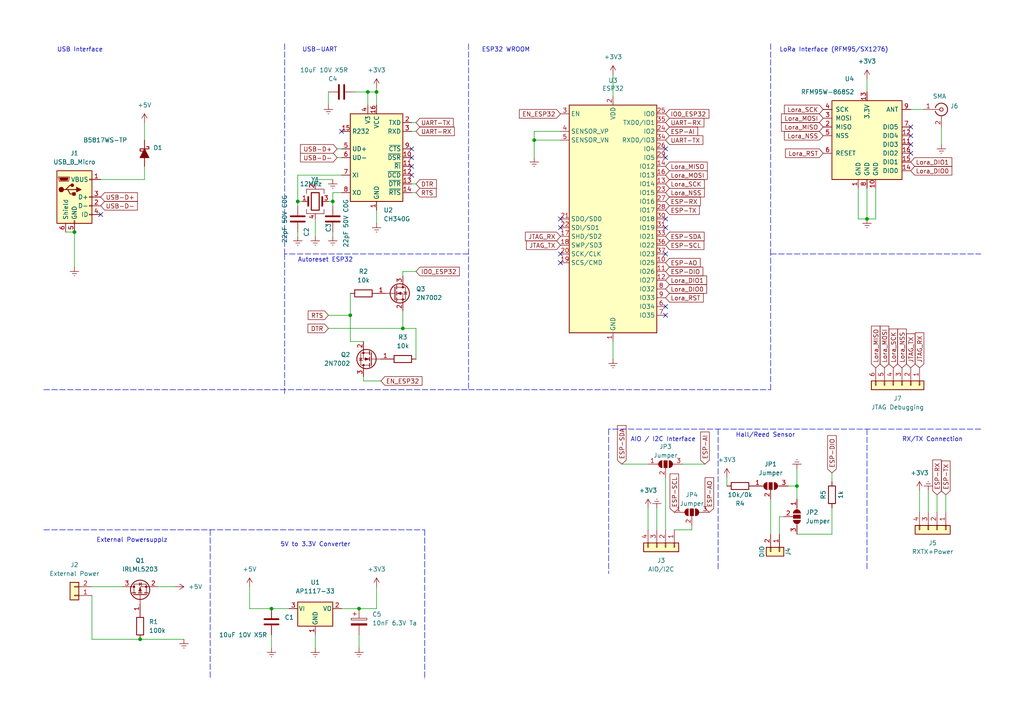
<source format=kicad_sch>
(kicad_sch (version 20211123) (generator eeschema)
  (paper "A4")
  (title_block (title "ESP32-Lora-ADIO") (date "2022-05-20") (rev "0") (company "-") (comment 1 "(c) Patrick Winnertz <patrick@winnertz.eu>"))
  (lib_symbols
    (symbol "Connector:Conn_Coaxial" (pin_names (offset 1.016) hide)
      (property "Reference" "J" (at 0.254 3.048 0))
      (property "Value" "Conn_Coaxial" (at 2.921 0 90))
      (symbol "Conn_Coaxial_0_1"
        (arc (start -1.778 -0.508) (mid 0.2311 -1.8066) (end 1.778 0) (stroke (width 0.254)))
        (polyline (pts (xy -2.54 0) (xy -0.508 0)))
        (polyline (pts (xy 0 -2.54) (xy 0 -1.778)))
        (circle (center 0 0) (radius 0.508) (stroke (width 0.2032)))
        (arc (start 1.778 0) (mid 0.2099 1.8101) (end -1.778 0.508) (stroke (width 0.254)))
      )
      (symbol "Conn_Coaxial_1_1"
        (pin passive line (at -5.08 0 0) (length 2.54) (name "In") (number "1"))
        (pin passive line (at 0 -5.08 90) (length 2.54) (name "Ext") (number "2"))
      )
    )
    (symbol "Connector:USB_B_Micro" (pin_names (offset 1.016))
      (property "Reference" "J" (at -5.08 11.43 0))
      (property "Value" "USB_B_Micro" (at -5.08 8.89 0))
      (symbol "USB_B_Micro_0_1"
        (rectangle (start -5.08 -7.62) (end 5.08 7.62) (stroke (width 0.254)) (fill (type background)))
        (circle (center -3.81 2.159) (radius 0.635) (stroke (width 0.254)) (fill (type outline)))
        (circle (center -0.635 3.429) (radius 0.381) (stroke (width 0.254)) (fill (type outline)))
        (rectangle (start -0.127 -7.62) (end 0.127 -6.858))
        (polyline (pts (xy -1.905 2.159) (xy 0.635 2.159)) (stroke (width 0.254)))
        (polyline (pts (xy -3.175 2.159) (xy -2.54 2.159) (xy -1.27 3.429) (xy -0.635 3.429)) (stroke (width 0.254)))
        (polyline (pts (xy -2.54 2.159) (xy -1.905 2.159) (xy -1.27 0.889) (xy 0 0.889)) (stroke (width 0.254)))
        (polyline (pts (xy 0.635 2.794) (xy 0.635 1.524) (xy 1.905 2.159) (xy 0.635 2.794)) (stroke (width 0.254)) (fill (type outline)))
        (polyline (pts (xy -4.318 5.588) (xy -1.778 5.588) (xy -2.032 4.826) (xy -4.064 4.826) (xy -4.318 5.588)) (fill (type outline)))
        (polyline (pts (xy -4.699 5.842) (xy -4.699 5.588) (xy -4.445 4.826) (xy -4.445 4.572) (xy -1.651 4.572) (xy -1.651 4.826) (xy -1.397 5.588) (xy -1.397 5.842) (xy -4.699 5.842)))
        (rectangle (start 0.254 1.27) (end -0.508 0.508) (stroke (width 0.254)) (fill (type outline)))
        (rectangle (start 5.08 -5.207) (end 4.318 -4.953))
        (rectangle (start 5.08 -2.667) (end 4.318 -2.413))
        (rectangle (start 5.08 -0.127) (end 4.318 0.127))
        (rectangle (start 5.08 4.953) (end 4.318 5.207))
      )
      (symbol "USB_B_Micro_1_1"
        (pin power_out line (at 7.62 5.08 180) (length 2.54) (name "VBUS") (number "1"))
        (pin bidirectional line (at 7.62 -2.54 180) (length 2.54) (name "D-") (number "2"))
        (pin bidirectional line (at 7.62 0 180) (length 2.54) (name "D+") (number "3"))
        (pin passive line (at 7.62 -5.08 180) (length 2.54) (name "ID") (number "4"))
        (pin power_out line (at 0 -10.16 90) (length 2.54) (name "GND") (number "5"))
        (pin passive line (at -2.54 -10.16 90) (length 2.54) (name "Shield") (number "6"))
      )
    )
    (symbol "Connector_Generic:Conn_01x02" (pin_names (offset 1.016) hide)
      (property "Reference" "J" (at 0 2.54 0))
      (property "Value" "Conn_01x02" (at 0 -5.08 0))
      (symbol "Conn_01x02_1_1"
        (rectangle (start -1.27 -2.413) (end 0 -2.667) (stroke (width 0.1524)))
        (rectangle (start -1.27 0.127) (end 0 -0.127) (stroke (width 0.1524)))
        (rectangle (start -1.27 1.27) (end 1.27 -3.81) (stroke (width 0.254)) (fill (type background)))
        (pin passive line (at -5.08 0 0) (length 3.81) (name "Pin_1") (number "1"))
        (pin passive line (at -5.08 -2.54 0) (length 3.81) (name "Pin_2") (number "2"))
      )
    )
    (symbol "Connector_Generic:Conn_01x04" (pin_names (offset 1.016) hide)
      (property "Reference" "J" (at 0 5.08 0))
      (property "Value" "Conn_01x04" (at 0 -7.62 0))
      (symbol "Conn_01x04_1_1"
        (rectangle (start -1.27 -4.953) (end 0 -5.207) (stroke (width 0.1524)))
        (rectangle (start -1.27 -2.413) (end 0 -2.667) (stroke (width 0.1524)))
        (rectangle (start -1.27 0.127) (end 0 -0.127) (stroke (width 0.1524)))
        (rectangle (start -1.27 2.667) (end 0 2.413) (stroke (width 0.1524)))
        (rectangle (start -1.27 3.81) (end 1.27 -6.35) (stroke (width 0.254)) (fill (type background)))
        (pin passive line (at -5.08 2.54 0) (length 3.81) (name "Pin_1") (number "1"))
        (pin passive line (at -5.08 0 0) (length 3.81) (name "Pin_2") (number "2"))
        (pin passive line (at -5.08 -2.54 0) (length 3.81) (name "Pin_3") (number "3"))
        (pin passive line (at -5.08 -5.08 0) (length 3.81) (name "Pin_4") (number "4"))
      )
    )
    (symbol "Connector_Generic:Conn_01x06" (pin_names (offset 1.016) hide)
      (property "Reference" "J" (at 0 7.62 0))
      (property "Value" "Conn_01x06" (at 0 -10.16 0))
      (symbol "Conn_01x06_1_1"
        (rectangle (start -1.27 -7.493) (end 0 -7.747) (stroke (width 0.1524)))
        (rectangle (start -1.27 -4.953) (end 0 -5.207) (stroke (width 0.1524)))
        (rectangle (start -1.27 -2.413) (end 0 -2.667) (stroke (width 0.1524)))
        (rectangle (start -1.27 0.127) (end 0 -0.127) (stroke (width 0.1524)))
        (rectangle (start -1.27 2.667) (end 0 2.413) (stroke (width 0.1524)))
        (rectangle (start -1.27 5.207) (end 0 4.953) (stroke (width 0.1524)))
        (rectangle (start -1.27 6.35) (end 1.27 -8.89) (stroke (width 0.254)) (fill (type background)))
        (pin passive line (at -5.08 5.08 0) (length 3.81) (name "Pin_1") (number "1"))
        (pin passive line (at -5.08 2.54 0) (length 3.81) (name "Pin_2") (number "2"))
        (pin passive line (at -5.08 0 0) (length 3.81) (name "Pin_3") (number "3"))
        (pin passive line (at -5.08 -2.54 0) (length 3.81) (name "Pin_4") (number "4"))
        (pin passive line (at -5.08 -5.08 0) (length 3.81) (name "Pin_5") (number "5"))
        (pin passive line (at -5.08 -7.62 0) (length 3.81) (name "Pin_6") (number "6"))
      )
    )
    (symbol "Device:C" (pin_numbers hide) (pin_names (offset 0.254))
      (property "Reference" "C" (at 0.635 2.54 0))
      (property "Value" "C" (at 0.635 -2.54 0))
      (symbol "C_0_1"
        (polyline (pts (xy -2.032 -0.762) (xy 2.032 -0.762)) (stroke (width 0.508)))
        (polyline (pts (xy -2.032 0.762) (xy 2.032 0.762)) (stroke (width 0.508)))
      )
      (symbol "C_1_1"
        (pin passive line (at 0 3.81 270) (length 2.794) (name "~") (number "1"))
        (pin passive line (at 0 -3.81 90) (length 2.794) (name "~") (number "2"))
      )
    )
    (symbol "Device:C_Polarized" (pin_numbers hide) (pin_names (offset 0.254))
      (property "Reference" "C" (at 0.635 2.54 0))
      (property "Value" "C_Polarized" (at 0.635 -2.54 0))
      (symbol "C_Polarized_0_1"
        (rectangle (start -2.286 0.508) (end 2.286 1.016))
        (polyline (pts (xy -1.778 2.286) (xy -0.762 2.286)))
        (polyline (pts (xy -1.27 2.794) (xy -1.27 1.778)))
        (rectangle (start 2.286 -0.508) (end -2.286 -1.016) (fill (type outline)))
      )
      (symbol "C_Polarized_1_1"
        (pin passive line (at 0 3.81 270) (length 2.794) (name "~") (number "1"))
        (pin passive line (at 0 -3.81 90) (length 2.794) (name "~") (number "2"))
      )
    )
    (symbol "Device:Crystal_GND24" (pin_names (offset 1.016) hide)
      (property "Reference" "Y" (at 3.175 5.08 0))
      (property "Value" "Crystal_GND24" (at 3.175 3.175 0))
      (symbol "Crystal_GND24_0_1"
        (rectangle (start -1.143 2.54) (end 1.143 -2.54) (stroke (width 0.3048)))
        (polyline (pts (xy -2.54 0) (xy -2.032 0)))
        (polyline (pts (xy -2.032 -1.27) (xy -2.032 1.27)) (stroke (width 0.508)))
        (polyline (pts (xy 0 -3.81) (xy 0 -3.556)))
        (polyline (pts (xy 0 3.556) (xy 0 3.81)))
        (polyline (pts (xy 2.032 -1.27) (xy 2.032 1.27)) (stroke (width 0.508)))
        (polyline (pts (xy 2.032 0) (xy 2.54 0)))
        (polyline (pts (xy -2.54 -2.286) (xy -2.54 -3.556) (xy 2.54 -3.556) (xy 2.54 -2.286)))
        (polyline (pts (xy -2.54 2.286) (xy -2.54 3.556) (xy 2.54 3.556) (xy 2.54 2.286)))
      )
      (symbol "Crystal_GND24_1_1"
        (pin passive line (at -3.81 0 0) (length 1.27) (name "1") (number "1"))
        (pin passive line (at 0 5.08 270) (length 1.27) (name "2") (number "2"))
        (pin passive line (at 3.81 0 180) (length 1.27) (name "3") (number "3"))
        (pin passive line (at 0 -5.08 90) (length 1.27) (name "4") (number "4"))
      )
    )
    (symbol "Device:D_Schottky_Filled" (pin_numbers hide) (pin_names (offset 1.016) hide)
      (property "Reference" "D" (at 0 2.54 0))
      (property "Value" "D_Schottky_Filled" (at 0 -2.54 0))
      (symbol "D_Schottky_Filled_0_1"
        (polyline (pts (xy 1.27 0) (xy -1.27 0)))
        (polyline (pts (xy 1.27 1.27) (xy 1.27 -1.27) (xy -1.27 0) (xy 1.27 1.27)) (stroke (width 0.254)) (fill (type outline)))
        (polyline (pts (xy -1.905 0.635) (xy -1.905 1.27) (xy -1.27 1.27) (xy -1.27 -1.27) (xy -0.635 -1.27) (xy -0.635 -0.635)) (stroke (width 0.254)))
      )
      (symbol "D_Schottky_Filled_1_1"
        (pin passive line (at -3.81 0 0) (length 2.54) (name "K") (number "1"))
        (pin passive line (at 3.81 0 180) (length 2.54) (name "A") (number "2"))
      )
    )
    (symbol "Device:R" (pin_numbers hide) (pin_names (offset 0))
      (property "Reference" "R" (at 2.032 0 90))
      (property "Value" "R" (at 0 0 90))
      (symbol "R_0_1"
        (rectangle (start -1.016 -2.54) (end 1.016 2.54) (stroke (width 0.254)))
      )
      (symbol "R_1_1"
        (pin passive line (at 0 3.81 270) (length 1.27) (name "~") (number "1"))
        (pin passive line (at 0 -3.81 90) (length 1.27) (name "~") (number "2"))
      )
    )
    (symbol "Interface_USB:CH340G"
      (property "Reference" "U" (at -5.08 13.97 0))
      (property "Value" "CH340G" (at 1.27 13.97 0))
      (symbol "CH340G_0_1"
        (rectangle (start -7.62 12.7) (end 7.62 -12.7) (stroke (width 0.254)) (fill (type background)))
      )
      (symbol "CH340G_1_1"
        (pin power_in line (at 0 -15.24 90) (length 2.54) (name "GND") (number "1"))
        (pin input line (at 10.16 0 180) (length 2.54) (name "~{DSR}") (number "10"))
        (pin input line (at 10.16 -2.54 180) (length 2.54) (name "~{RI}") (number "11"))
        (pin input line (at 10.16 -5.08 180) (length 2.54) (name "~{DCD}") (number "12"))
        (pin output line (at 10.16 -7.62 180) (length 2.54) (name "~{DTR}") (number "13"))
        (pin output line (at 10.16 -10.16 180) (length 2.54) (name "~{RTS}") (number "14"))
        (pin input line (at -10.16 7.62 0) (length 2.54) (name "R232") (number "15"))
        (pin power_in line (at 0 15.24 270) (length 2.54) (name "VCC") (number "16"))
        (pin output line (at 10.16 10.16 180) (length 2.54) (name "TXD") (number "2"))
        (pin input line (at 10.16 7.62 180) (length 2.54) (name "RXD") (number "3"))
        (pin passive line (at -2.54 15.24 270) (length 2.54) (name "V3") (number "4"))
        (pin bidirectional line (at -10.16 2.54 0) (length 2.54) (name "UD+") (number "5"))
        (pin bidirectional line (at -10.16 0 0) (length 2.54) (name "UD-") (number "6"))
        (pin input line (at -10.16 -5.08 0) (length 2.54) (name "XI") (number "7"))
        (pin output line (at -10.16 -10.16 0) (length 2.54) (name "XO") (number "8"))
        (pin input line (at 10.16 2.54 180) (length 2.54) (name "~{CTS}") (number "9"))
      )
    )
    (symbol "Jumper:SolderJumper_3_Open" (pin_names (offset 0) hide)
      (property "Reference" "JP" (at -2.54 -2.54 0))
      (property "Value" "SolderJumper_3_Open" (at 0 2.794 0))
      (symbol "SolderJumper_3_Open_0_1"
        (arc (start -1.016 1.016) (mid -2.032 0) (end -1.016 -1.016))
        (arc (start -1.016 1.016) (mid -2.032 0) (end -1.016 -1.016) (fill (type outline)))
        (rectangle (start -0.508 1.016) (end 0.508 -1.016) (fill (type outline)))
        (polyline (pts (xy -2.54 0) (xy -2.032 0)))
        (polyline (pts (xy -1.016 1.016) (xy -1.016 -1.016)))
        (polyline (pts (xy 0 -1.27) (xy 0 -1.016)))
        (polyline (pts (xy 1.016 1.016) (xy 1.016 -1.016)))
        (polyline (pts (xy 2.54 0) (xy 2.032 0)))
        (arc (start 1.016 -1.016) (mid 2.032 0) (end 1.016 1.016))
        (arc (start 1.016 -1.016) (mid 2.032 0) (end 1.016 1.016) (fill (type outline)))
      )
      (symbol "SolderJumper_3_Open_1_1"
        (pin passive line (at -5.08 0 0) (length 2.54) (name "A") (number "1"))
        (pin passive line (at 0 -3.81 90) (length 2.54) (name "C") (number "2"))
        (pin passive line (at 5.08 0 180) (length 2.54) (name "B") (number "3"))
      )
    )
    (symbol "RF_Module:ESP32-WROOM-32"
      (property "Reference" "U" (at -12.7 34.29 0))
      (property "Value" "ESP32-WROOM-32" (at 1.27 34.29 0))
      (symbol "ESP32-WROOM-32_0_1"
        (rectangle (start -12.7 33.02) (end 12.7 -33.02) (stroke (width 0.254)) (fill (type background)))
      )
      (symbol "ESP32-WROOM-32_1_1"
        (pin power_in line (at 0 -35.56 90) (length 2.54) (name "GND") (number "1"))
        (pin bidirectional line (at 15.24 -12.7 180) (length 2.54) (name "IO25") (number "10"))
        (pin bidirectional line (at 15.24 -15.24 180) (length 2.54) (name "IO26") (number "11"))
        (pin bidirectional line (at 15.24 -17.78 180) (length 2.54) (name "IO27") (number "12"))
        (pin bidirectional line (at 15.24 10.16 180) (length 2.54) (name "IO14") (number "13"))
        (pin bidirectional line (at 15.24 15.24 180) (length 2.54) (name "IO12") (number "14"))
        (pin passive line (at 0 -35.56 90) (length 2.54) hide (name "GND") (number "15"))
        (pin bidirectional line (at 15.24 12.7 180) (length 2.54) (name "IO13") (number "16"))
        (pin bidirectional line (at -15.24 -5.08 0) (length 2.54) (name "SHD/SD2") (number "17"))
        (pin bidirectional line (at -15.24 -7.62 0) (length 2.54) (name "SWP/SD3") (number "18"))
        (pin bidirectional line (at -15.24 -12.7 0) (length 2.54) (name "SCS/CMD") (number "19"))
        (pin power_in line (at 0 35.56 270) (length 2.54) (name "VDD") (number "2"))
        (pin bidirectional line (at -15.24 -10.16 0) (length 2.54) (name "SCK/CLK") (number "20"))
        (pin bidirectional line (at -15.24 0 0) (length 2.54) (name "SDO/SD0") (number "21"))
        (pin bidirectional line (at -15.24 -2.54 0) (length 2.54) (name "SDI/SD1") (number "22"))
        (pin bidirectional line (at 15.24 7.62 180) (length 2.54) (name "IO15") (number "23"))
        (pin bidirectional line (at 15.24 25.4 180) (length 2.54) (name "IO2") (number "24"))
        (pin bidirectional line (at 15.24 30.48 180) (length 2.54) (name "IO0") (number "25"))
        (pin bidirectional line (at 15.24 20.32 180) (length 2.54) (name "IO4") (number "26"))
        (pin bidirectional line (at 15.24 5.08 180) (length 2.54) (name "IO16") (number "27"))
        (pin bidirectional line (at 15.24 2.54 180) (length 2.54) (name "IO17") (number "28"))
        (pin bidirectional line (at 15.24 17.78 180) (length 2.54) (name "IO5") (number "29"))
        (pin input line (at -15.24 30.48 0) (length 2.54) (name "EN") (number "3"))
        (pin bidirectional line (at 15.24 0 180) (length 2.54) (name "IO18") (number "30"))
        (pin bidirectional line (at 15.24 -2.54 180) (length 2.54) (name "IO19") (number "31"))
        (pin no_connect line (at -12.7 -27.94 0) (length 2.54) hide (name "NC") (number "32"))
        (pin bidirectional line (at 15.24 -5.08 180) (length 2.54) (name "IO21") (number "33"))
        (pin bidirectional line (at 15.24 22.86 180) (length 2.54) (name "RXD0/IO3") (number "34"))
        (pin bidirectional line (at 15.24 27.94 180) (length 2.54) (name "TXD0/IO1") (number "35"))
        (pin bidirectional line (at 15.24 -7.62 180) (length 2.54) (name "IO22") (number "36"))
        (pin bidirectional line (at 15.24 -10.16 180) (length 2.54) (name "IO23") (number "37"))
        (pin passive line (at 0 -35.56 90) (length 2.54) hide (name "GND") (number "38"))
        (pin passive line (at 0 -35.56 90) (length 2.54) hide (name "GND") (number "39"))
        (pin input line (at -15.24 25.4 0) (length 2.54) (name "SENSOR_VP") (number "4"))
        (pin input line (at -15.24 22.86 0) (length 2.54) (name "SENSOR_VN") (number "5"))
        (pin input line (at 15.24 -25.4 180) (length 2.54) (name "IO34") (number "6"))
        (pin input line (at 15.24 -27.94 180) (length 2.54) (name "IO35") (number "7"))
        (pin bidirectional line (at 15.24 -20.32 180) (length 2.54) (name "IO32") (number "8"))
        (pin bidirectional line (at 15.24 -22.86 180) (length 2.54) (name "IO33") (number "9"))
      )
    )
    (symbol "RF_Module:RFM95W-868S2" (pin_names (offset 1.016))
      (property "Reference" "U" (at -10.414 11.684 0))
      (property "Value" "RFM95W-868S2" (at 1.524 11.43 0))
      (symbol "RFM95W-868S2_0_1"
        (rectangle (start -10.16 10.16) (end 10.16 -12.7) (stroke (width 0.254)) (fill (type background)))
      )
      (symbol "RFM95W-868S2_1_1"
        (pin power_in line (at -2.54 -15.24 90) (length 2.54) (name "GND") (number "1"))
        (pin power_in line (at 2.54 -15.24 90) (length 2.54) (name "GND") (number "10"))
        (pin bidirectional line (at 12.7 -2.54 180) (length 2.54) (name "DIO3") (number "11"))
        (pin bidirectional line (at 12.7 0 180) (length 2.54) (name "DIO4") (number "12"))
        (pin power_in line (at 0 12.7 270) (length 2.54) (name "3.3V") (number "13"))
        (pin bidirectional line (at 12.7 -10.16 180) (length 2.54) (name "DIO0") (number "14"))
        (pin bidirectional line (at 12.7 -7.62 180) (length 2.54) (name "DIO1") (number "15"))
        (pin bidirectional line (at 12.7 -5.08 180) (length 2.54) (name "DIO2") (number "16"))
        (pin output line (at -12.7 2.54 0) (length 2.54) (name "MISO") (number "2"))
        (pin input line (at -12.7 5.08 0) (length 2.54) (name "MOSI") (number "3"))
        (pin input line (at -12.7 7.62 0) (length 2.54) (name "SCK") (number "4"))
        (pin input line (at -12.7 0 0) (length 2.54) (name "NSS") (number "5"))
        (pin bidirectional line (at -12.7 -5.08 0) (length 2.54) (name "RESET") (number "6"))
        (pin bidirectional line (at 12.7 2.54 180) (length 2.54) (name "DIO5") (number "7"))
        (pin power_in line (at 0 -15.24 90) (length 2.54) (name "GND") (number "8"))
        (pin bidirectional line (at 12.7 7.62 180) (length 2.54) (name "ANT") (number "9"))
      )
    )
    (symbol "Regulator_Linear:AP1117-33" (pin_names (offset 0.254))
      (property "Reference" "U" (at -3.81 3.175 0))
      (property "Value" "AP1117-33" (at 0 3.175 0))
      (symbol "AP1117-33_0_1"
        (rectangle (start -5.08 -5.08) (end 5.08 1.905) (stroke (width 0.254)) (fill (type background)))
      )
      (symbol "AP1117-33_1_1"
        (pin power_in line (at 0 -7.62 90) (length 2.54) (name "GND") (number "1"))
        (pin power_out line (at 7.62 0 180) (length 2.54) (name "VO") (number "2"))
        (pin power_in line (at -7.62 0 0) (length 2.54) (name "VI") (number "3"))
      )
    )
    (symbol "Transistor_FET:2N7002" (pin_names hide)
      (property "Reference" "Q" (at 5.08 1.905 0))
      (property "Value" "2N7002" (at 5.08 0 0))
      (symbol "2N7002_0_1"
        (polyline (pts (xy 0.254 0) (xy -2.54 0)))
        (polyline (pts (xy 0.254 1.905) (xy 0.254 -1.905)) (stroke (width 0.254)))
        (polyline (pts (xy 0.762 -1.27) (xy 0.762 -2.286)) (stroke (width 0.254)))
        (polyline (pts (xy 0.762 0.508) (xy 0.762 -0.508)) (stroke (width 0.254)))
        (polyline (pts (xy 0.762 2.286) (xy 0.762 1.27)) (stroke (width 0.254)))
        (polyline (pts (xy 2.54 2.54) (xy 2.54 1.778)))
        (polyline (pts (xy 2.54 -2.54) (xy 2.54 0) (xy 0.762 0)))
        (polyline (pts (xy 0.762 -1.778) (xy 3.302 -1.778) (xy 3.302 1.778) (xy 0.762 1.778)))
        (polyline (pts (xy 1.016 0) (xy 2.032 0.381) (xy 2.032 -0.381) (xy 1.016 0)) (fill (type outline)))
        (polyline (pts (xy 2.794 0.508) (xy 2.921 0.381) (xy 3.683 0.381) (xy 3.81 0.254)))
        (polyline (pts (xy 3.302 0.381) (xy 2.921 -0.254) (xy 3.683 -0.254) (xy 3.302 0.381)))
        (circle (center 1.651 0) (radius 2.794) (stroke (width 0.254)))
        (circle (center 2.54 -1.778) (radius 0.254) (fill (type outline)))
        (circle (center 2.54 1.778) (radius 0.254) (fill (type outline)))
      )
      (symbol "2N7002_1_1"
        (pin input line (at -5.08 0 0) (length 2.54) (name "G") (number "1"))
        (pin passive line (at 2.54 -5.08 90) (length 2.54) (name "S") (number "2"))
        (pin passive line (at 2.54 5.08 270) (length 2.54) (name "D") (number "3"))
      )
    )
    (symbol "Transistor_FET:IRLML5203" (pin_names hide)
      (property "Reference" "Q" (at 5.08 1.905 0))
      (property "Value" "IRLML5203" (at 5.08 0 0))
      (symbol "IRLML5203_0_1"
        (polyline (pts (xy 0.254 0) (xy -2.54 0)))
        (polyline (pts (xy 0.254 1.905) (xy 0.254 -1.905)) (stroke (width 0.254)))
        (polyline (pts (xy 0.762 -1.27) (xy 0.762 -2.286)) (stroke (width 0.254)))
        (polyline (pts (xy 0.762 0.508) (xy 0.762 -0.508)) (stroke (width 0.254)))
        (polyline (pts (xy 0.762 2.286) (xy 0.762 1.27)) (stroke (width 0.254)))
        (polyline (pts (xy 2.54 2.54) (xy 2.54 1.778)))
        (polyline (pts (xy 2.54 -2.54) (xy 2.54 0) (xy 0.762 0)))
        (polyline (pts (xy 0.762 1.778) (xy 3.302 1.778) (xy 3.302 -1.778) (xy 0.762 -1.778)))
        (polyline (pts (xy 2.286 0) (xy 1.27 0.381) (xy 1.27 -0.381) (xy 2.286 0)) (fill (type outline)))
        (polyline (pts (xy 2.794 -0.508) (xy 2.921 -0.381) (xy 3.683 -0.381) (xy 3.81 -0.254)))
        (polyline (pts (xy 3.302 -0.381) (xy 2.921 0.254) (xy 3.683 0.254) (xy 3.302 -0.381)))
        (circle (center 1.651 0) (radius 2.794) (stroke (width 0.254)))
        (circle (center 2.54 -1.778) (radius 0.254) (fill (type outline)))
        (circle (center 2.54 1.778) (radius 0.254) (fill (type outline)))
      )
      (symbol "IRLML5203_1_1"
        (pin input line (at -5.08 0 0) (length 2.54) (name "G") (number "1"))
        (pin passive line (at 2.54 -5.08 90) (length 2.54) (name "S") (number "2"))
        (pin passive line (at 2.54 5.08 270) (length 2.54) (name "D") (number "3"))
      )
    )
    (symbol "power:+3.3V" (power) (pin_names (offset 0))
      (property "Value" "+3.3V" (at 0 3.556 0))
      (symbol "+3.3V_0_1"
        (polyline (pts (xy -0.762 1.27) (xy 0 2.54)))
        (polyline (pts (xy 0 0) (xy 0 2.54)))
        (polyline (pts (xy 0 2.54) (xy 0.762 1.27)))
      )
      (symbol "+3.3V_1_1"
        (pin power_in line (at 0 0 90) (length 0) hide (name "+3V3") (number "1"))
      )
    )
    (symbol "power:+5V" (power) (pin_names (offset 0))
      (property "Value" "+5V" (at 0 3.556 0))
      (symbol "+5V_0_1"
        (polyline (pts (xy -0.762 1.27) (xy 0 2.54)))
        (polyline (pts (xy 0 0) (xy 0 2.54)))
        (polyline (pts (xy 0 2.54) (xy 0.762 1.27)))
      )
      (symbol "+5V_1_1"
        (pin power_in line (at 0 0 90) (length 0) hide (name "+5V") (number "1"))
      )
    )
    (symbol "power:Earth" (power) (pin_names (offset 0))
      (symbol "Earth_0_1"
        (polyline (pts (xy -0.635 -1.905) (xy 0.635 -1.905)))
        (polyline (pts (xy -0.127 -2.54) (xy 0.127 -2.54)))
        (polyline (pts (xy 0 -1.27) (xy 0 0)))
        (polyline (pts (xy 1.27 -1.27) (xy -1.27 -1.27)))
      )
      (symbol "Earth_1_1"
        (pin power_in line (at 0 0 270) (length 0) hide (name "Earth") (number "1"))
      )
    )
  )
  (junction (at 86.36 58.42))
  (junction (at 154.94 40.64))
  (junction (at 251.46 63.5))
  (junction (at 109.22 26.67))
  (junction (at 21.59 67.31))
  (junction (at 231.14 140.97))
  (junction (at 78.74 176.53))
  (junction (at 104.14 176.53))
  (junction (at 101.6 91.44))
  (junction (at 106.68 26.67))
  (junction (at 96.52 58.42))
  (junction (at 116.84 95.25))
  (junction (at 40.64 185.42))
  (no_connect (at 29.21 62.23))
  (no_connect (at 99.06 38.1))
  (no_connect (at 119.38 50.8))
  (no_connect (at 119.38 43.18))
  (no_connect (at 119.38 48.26))
  (no_connect (at 119.38 45.72))
  (no_connect (at 162.56 63.5))
  (no_connect (at 162.56 73.66))
  (no_connect (at 162.56 76.2))
  (no_connect (at 162.56 66.04))
  (no_connect (at 264.16 36.83))
  (no_connect (at 264.16 39.37))
  (no_connect (at 264.16 41.91))
  (no_connect (at 264.16 44.45))
  (no_connect (at 193.04 73.66))
  (no_connect (at 193.04 66.04))
  (no_connect (at 193.04 63.5))
  (no_connect (at 193.04 43.18))
  (no_connect (at 193.04 45.72))
  (no_connect (at 193.04 91.44))
  (no_connect (at 193.04 88.9))
  (wire (pts (xy 266.7 142.24) (xy 266.7 148.59)))
  (wire (pts (xy 96.52 55.88) (xy 96.52 58.42)))
  (wire (pts (xy 116.84 80.01) (xy 116.84 78.74)))
  (wire (pts (xy 120.65 35.56) (xy 119.38 35.56)))
  (polyline (pts (xy 223.52 73.66) (xy 284.48 73.66)))
  (wire (pts (xy 254 54.61) (xy 254 63.5)))
  (polyline (pts (xy 82.55 12.7) (xy 82.55 73.66)))
  (wire (pts (xy 154.94 40.64) (xy 162.56 40.64)))
  (wire (pts (xy 251.46 22.86) (xy 251.46 26.67)))
  (wire (pts (xy 96.52 67.31) (xy 96.52 68.58)))
  (wire (pts (xy 251.46 54.61) (xy 251.46 63.5)))
  (wire (pts (xy 116.84 78.74) (xy 120.65 78.74)))
  (polyline (pts (xy 123.19 153.67) (xy 123.19 196.85)))
  (wire (pts (xy 95.25 26.67) (xy 95.25 30.48)))
  (wire (pts (xy 177.8 99.06) (xy 177.8 104.14)))
  (wire (pts (xy 109.22 25.4) (xy 109.22 26.67)))
  (wire (pts (xy 154.94 40.64) (xy 154.94 45.72)))
  (wire (pts (xy 105.41 99.06) (xy 101.6 99.06)))
  (wire (pts (xy 248.92 54.61) (xy 248.92 63.5)))
  (wire (pts (xy 120.65 95.25) (xy 116.84 95.25)))
  (polyline (pts (xy 176.53 124.46) (xy 176.53 166.37)))
  (wire (pts (xy 195.58 153.67) (xy 200.66 153.67)))
  (wire (pts (xy 99.06 176.53) (xy 104.14 176.53)))
  (wire (pts (xy 177.8 21.59) (xy 177.8 27.94)))
  (wire (pts (xy 120.65 38.1) (xy 119.38 38.1)))
  (wire (pts (xy 95.25 95.25) (xy 116.84 95.25)))
  (wire (pts (xy 198.12 134.62) (xy 204.47 134.62)))
  (wire (pts (xy 99.06 55.88) (xy 96.52 55.88)))
  (wire (pts (xy 91.44 184.15) (xy 91.44 187.96)))
  (wire (pts (xy 109.22 60.96) (xy 109.22 64.77)))
  (wire (pts (xy 241.3 154.94) (xy 241.3 147.32)))
  (wire (pts (xy 226.06 149.86) (xy 227.33 149.86)))
  (polyline (pts (xy 60.96 153.67) (xy 60.96 196.85)))
  (wire (pts (xy 109.22 176.53) (xy 109.22 170.18)))
  (wire (pts (xy 120.65 104.14) (xy 120.65 95.25)))
  (wire (pts (xy 231.14 140.97) (xy 231.14 144.78)))
  (wire (pts (xy 101.6 91.44) (xy 101.6 99.06)))
  (wire (pts (xy 105.41 110.49) (xy 110.49 110.49)))
  (wire (pts (xy 109.22 26.67) (xy 106.68 26.67)))
  (wire (pts (xy 210.82 138.43) (xy 210.82 140.97)))
  (wire (pts (xy 86.36 58.42) (xy 86.36 59.69)))
  (wire (pts (xy 264.16 31.75) (xy 267.97 31.75)))
  (wire (pts (xy 109.22 26.67) (xy 109.22 30.48)))
  (wire (pts (xy 41.91 35.56) (xy 41.91 40.64)))
  (wire (pts (xy 72.39 170.18) (xy 72.39 176.53)))
  (wire (pts (xy 97.79 43.18) (xy 99.06 43.18)))
  (wire (pts (xy 101.6 85.09) (xy 101.6 91.44)))
  (wire (pts (xy 29.21 52.07) (xy 41.91 52.07)))
  (polyline (pts (xy 223.52 113.03) (xy 223.52 73.66)))
  (wire (pts (xy 21.59 67.31) (xy 21.59 77.47)))
  (wire (pts (xy 105.41 109.22) (xy 105.41 110.49)))
  (wire (pts (xy 78.74 176.53) (xy 83.82 176.53)))
  (wire (pts (xy 248.92 63.5) (xy 251.46 63.5)))
  (wire (pts (xy 95.25 58.42) (xy 96.52 58.42)))
  (wire (pts (xy 95.25 91.44) (xy 101.6 91.44)))
  (wire (pts (xy 190.5 147.32) (xy 190.5 153.67)))
  (wire (pts (xy 86.36 67.31) (xy 86.36 68.58)))
  (wire (pts (xy 106.68 26.67) (xy 106.68 30.48)))
  (wire (pts (xy 231.14 154.94) (xy 241.3 154.94)))
  (wire (pts (xy 26.67 185.42) (xy 40.64 185.42)))
  (wire (pts (xy 228.6 140.97) (xy 231.14 140.97)))
  (wire (pts (xy 226.06 154.94) (xy 226.06 149.86)))
  (wire (pts (xy 274.32 143.51) (xy 274.32 148.59)))
  (wire (pts (xy 104.14 184.15) (xy 104.14 187.96)))
  (wire (pts (xy 269.24 142.24) (xy 269.24 148.59)))
  (wire (pts (xy 223.52 144.78) (xy 223.52 154.94)))
  (wire (pts (xy 273.05 36.83) (xy 273.05 41.91)))
  (polyline (pts (xy 208.28 124.46) (xy 208.28 165.1)))
  (wire (pts (xy 91.44 53.34) (xy 91.44 52.07)))
  (wire (pts (xy 26.67 172.72) (xy 26.67 185.42)))
  (wire (pts (xy 180.34 134.62) (xy 187.96 134.62)))
  (wire (pts (xy 102.87 26.67) (xy 106.68 26.67)))
  (wire (pts (xy 19.05 67.31) (xy 21.59 67.31)))
  (polyline (pts (xy 135.89 12.7) (xy 135.89 113.03)))
  (wire (pts (xy 116.84 90.17) (xy 116.84 95.25)))
  (wire (pts (xy 87.63 58.42) (xy 86.36 58.42)))
  (polyline (pts (xy 284.48 124.46) (xy 176.53 124.46)))
  (polyline (pts (xy 12.7 113.03) (xy 135.89 113.03)))
  (wire (pts (xy 78.74 184.15) (xy 78.74 187.96)))
  (wire (pts (xy 193.04 138.43) (xy 193.04 153.67)))
  (polyline (pts (xy 251.46 124.46) (xy 251.46 165.1)))
  (wire (pts (xy 91.44 52.07) (xy 96.52 52.07)))
  (wire (pts (xy 254 63.5) (xy 251.46 63.5)))
  (wire (pts (xy 187.96 147.32) (xy 187.96 153.67)))
  (wire (pts (xy 104.14 176.53) (xy 109.22 176.53)))
  (wire (pts (xy 41.91 48.26) (xy 41.91 52.07)))
  (wire (pts (xy 200.66 153.67) (xy 200.66 152.4)))
  (polyline (pts (xy 82.55 73.66) (xy 82.55 114.3)))
  (polyline (pts (xy 123.19 196.85) (xy 123.19 196.85)))
  (wire (pts (xy 120.65 55.88) (xy 119.38 55.88)))
  (wire (pts (xy 99.06 50.8) (xy 86.36 50.8)))
  (wire (pts (xy 91.44 63.5) (xy 91.44 68.58)))
  (wire (pts (xy 72.39 176.53) (xy 78.74 176.53)))
  (wire (pts (xy 26.67 170.18) (xy 35.56 170.18)))
  (wire (pts (xy 40.64 185.42) (xy 53.34 185.42)))
  (wire (pts (xy 96.52 59.69) (xy 96.52 58.42)))
  (wire (pts (xy 231.14 135.89) (xy 231.14 140.97)))
  (wire (pts (xy 45.72 170.18) (xy 50.8 170.18)))
  (wire (pts (xy 241.3 137.16) (xy 241.3 139.7)))
  (polyline (pts (xy 135.89 73.66) (xy 82.55 73.66)))
  (polyline (pts (xy 223.52 12.7) (xy 223.52 73.66)))
  (wire (pts (xy 154.94 38.1) (xy 154.94 40.64)))
  (polyline (pts (xy 12.7 153.67) (xy 123.19 153.67)))
  (wire (pts (xy 271.78 143.51) (xy 271.78 148.59)))
  (wire (pts (xy 97.79 45.72) (xy 99.06 45.72)))
  (polyline (pts (xy 135.89 113.03) (xy 223.52 113.03)))
  (wire (pts (xy 120.65 53.34) (xy 119.38 53.34)))
  (wire (pts (xy 86.36 50.8) (xy 86.36 58.42)))
  (wire (pts (xy 162.56 38.1) (xy 154.94 38.1)))
  (image (at 381 43.18))
  (text "USB-UART" (at 87.63 15.24 0) (effects (font (size 1.27 1.27)) (justify left bottom)))
  (text "5V to 3.3V Converter" (at 81.28 158.75 0) (effects (font (size 1.27 1.27)) (justify left bottom)))
  (text "ESP32 WROOM" (at 139.7 15.24 0) (effects (font (size 1.27 1.27)) (justify left bottom)))
  (text "Autoreset ESP32" (at 86.36 76.2 0) (effects (font (size 1.27 1.27)) (justify left bottom)))
  (text "RX/TX Connection" (at 261.62 128.27 0) (effects (font (size 1.27 1.27)) (justify left bottom)))
  (text "USB Interface" (at 16.51 15.24 0) (effects (font (size 1.27 1.27)) (justify left bottom)))
  (text "AIO / I2C Interface" (at 182.88 128.27 0) (effects (font (size 1.27 1.27)) (justify left bottom)))
  (text "LoRa Interface (RFM95/SX1276)" (at 226.06 15.24 0) (effects (font (size 1.27 1.27)) (justify left bottom)))
  (text "External Powersupplz" (at 27.94 157.48 0) (effects (font (size 1.27 1.27)) (justify left bottom)))
  (text "Hall/Reed Sensor " (at 213.36 127 0) (effects (font (size 1.27 1.27)) (justify left bottom)))
  (global_label "ESP-DIO" (shape input) (at 241.3 137.16 90) (property "Intersheet References" "${INTERSHEET_REFS}" (effects hide)))
  (global_label "ESP-SCL" (shape input) (at 195.58 148.59 90) (property "Intersheet References" "${INTERSHEET_REFS}" (effects hide)))
  (global_label "Lora_DIO0" (shape input) (at 193.04 83.82 0) (property "Intersheet References" "${INTERSHEET_REFS}" (effects hide)))
  (global_label "EN_ESP32" (shape input) (at 110.49 110.49 0) (property "Intersheet References" "${INTERSHEET_REFS}" (effects hide)))
  (global_label "Lora_MISO" (shape input) (at 238.76 36.83 180) (property "Intersheet References" "${INTERSHEET_REFS}" (effects hide)))
  (global_label "Lora_DIO1" (shape input) (at 264.16 46.99 0) (property "Intersheet References" "${INTERSHEET_REFS}" (effects hide)))
  (global_label "USB-D+" (shape input) (at 97.79 43.18 180) (property "Intersheet References" "${INTERSHEET_REFS}" (effects hide)))
  (global_label "IO0_ESP32" (shape input) (at 120.65 78.74 0) (property "Intersheet References" "${INTERSHEET_REFS}" (effects hide)))
  (global_label "UART-TX" (shape input) (at 193.04 40.64 0) (property "Intersheet References" "${INTERSHEET_REFS}" (effects hide)))
  (global_label "Lora_SCK" (shape input) (at 193.04 53.34 0) (property "Intersheet References" "${INTERSHEET_REFS}" (effects hide)))
  (global_label "RTS" (shape input) (at 120.65 55.88 0) (property "Intersheet References" "${INTERSHEET_REFS}" (effects hide)))
  (global_label "Lora_MISO" (shape input) (at 254 106.68 90) (property "Intersheet References" "${INTERSHEET_REFS}" (effects hide)))
  (global_label "ESP-AO" (shape input) (at 193.04 76.2 0) (property "Intersheet References" "${INTERSHEET_REFS}" (effects hide)))
  (global_label "USB-D-" (shape input) (at 97.79 45.72 180) (property "Intersheet References" "${INTERSHEET_REFS}" (effects hide)))
  (global_label "UART-TX" (shape input) (at 120.65 35.56 0) (property "Intersheet References" "${INTERSHEET_REFS}" (effects hide)))
  (global_label "IO0_ESP32" (shape input) (at 193.04 33.02 0) (property "Intersheet References" "${INTERSHEET_REFS}" (effects hide)))
  (global_label "DTR" (shape input) (at 120.65 53.34 0) (property "Intersheet References" "${INTERSHEET_REFS}" (effects hide)))
  (global_label "UART-RX" (shape input) (at 193.04 35.56 0) (property "Intersheet References" "${INTERSHEET_REFS}" (effects hide)))
  (global_label "Lora_RST" (shape input) (at 238.76 44.45 180) (property "Intersheet References" "${INTERSHEET_REFS}" (effects hide)))
  (global_label "Lora_MOSI" (shape input) (at 256.54 106.68 90) (property "Intersheet References" "${INTERSHEET_REFS}" (effects hide)))
  (global_label "ESP-TX" (shape input) (at 274.32 143.51 90) (property "Intersheet References" "${INTERSHEET_REFS}" (effects hide)))
  (global_label "ESP-AO" (shape input) (at 205.74 148.59 90) (property "Intersheet References" "${INTERSHEET_REFS}" (effects hide)))
  (global_label "Lora_NSS" (shape input) (at 261.62 106.68 90) (property "Intersheet References" "${INTERSHEET_REFS}" (effects hide)))
  (global_label "ESP-SDA" (shape input) (at 193.04 68.58 0) (property "Intersheet References" "${INTERSHEET_REFS}" (effects hide)))
  (global_label "Lora_SCK" (shape input) (at 238.76 31.75 180) (property "Intersheet References" "${INTERSHEET_REFS}" (effects hide)))
  (global_label "Lora_DIO0" (shape input) (at 264.16 49.53 0) (property "Intersheet References" "${INTERSHEET_REFS}" (effects hide)))
  (global_label "Lora_NSS" (shape input) (at 238.76 39.37 180) (property "Intersheet References" "${INTERSHEET_REFS}" (effects hide)))
  (global_label "JTAG_TX" (shape input) (at 162.56 71.12 180) (property "Intersheet References" "${INTERSHEET_REFS}" (effects hide)))
  (global_label "JTAG_TX" (shape input) (at 264.16 106.68 90) (property "Intersheet References" "${INTERSHEET_REFS}" (effects hide)))
  (global_label "DTR" (shape input) (at 95.25 95.25 180) (property "Intersheet References" "${INTERSHEET_REFS}" (effects hide)))
  (global_label "EN_ESP32" (shape input) (at 162.56 33.02 180) (property "Intersheet References" "${INTERSHEET_REFS}" (effects hide)))
  (global_label "Lora_RST" (shape input) (at 193.04 86.36 0) (property "Intersheet References" "${INTERSHEET_REFS}" (effects hide)))
  (global_label "JTAG_RX" (shape input) (at 266.7 106.68 90) (property "Intersheet References" "${INTERSHEET_REFS}" (effects hide)))
  (global_label "ESP-RX" (shape input) (at 271.78 143.51 90) (property "Intersheet References" "${INTERSHEET_REFS}" (effects hide)))
  (global_label "UART-RX" (shape input) (at 120.65 38.1 0) (property "Intersheet References" "${INTERSHEET_REFS}" (effects hide)))
  (global_label "Lora_MOSI" (shape input) (at 238.76 34.29 180) (property "Intersheet References" "${INTERSHEET_REFS}" (effects hide)))
  (global_label "Lora_MOSI" (shape input) (at 193.04 50.8 0) (property "Intersheet References" "${INTERSHEET_REFS}" (effects hide)))
  (global_label "ESP-SCL" (shape input) (at 193.04 71.12 0) (property "Intersheet References" "${INTERSHEET_REFS}" (effects hide)))
  (global_label "ESP-AI" (shape input) (at 193.04 38.1 0) (property "Intersheet References" "${INTERSHEET_REFS}" (effects hide)))
  (global_label "ESP-DIO" (shape input) (at 193.04 78.74 0) (property "Intersheet References" "${INTERSHEET_REFS}" (effects hide)))
  (global_label "JTAG_RX" (shape input) (at 162.56 68.58 180) (property "Intersheet References" "${INTERSHEET_REFS}" (effects hide)))
  (global_label "ESP-TX" (shape input) (at 193.04 60.96 0) (property "Intersheet References" "${INTERSHEET_REFS}" (effects hide)))
  (global_label "Lora_MISO" (shape input) (at 193.04 48.26 0) (property "Intersheet References" "${INTERSHEET_REFS}" (effects hide)))
  (global_label "USB-D-" (shape input) (at 29.21 59.69 0) (property "Intersheet References" "${INTERSHEET_REFS}" (effects hide)))
  (global_label "Lora_DIO1" (shape input) (at 193.04 81.28 0) (property "Intersheet References" "${INTERSHEET_REFS}" (effects hide)))
  (global_label "ESP-RX" (shape input) (at 193.04 58.42 0) (property "Intersheet References" "${INTERSHEET_REFS}" (effects hide)))
  (global_label "RTS" (shape input) (at 95.25 91.44 180) (property "Intersheet References" "${INTERSHEET_REFS}" (effects hide)))
  (global_label "ESP-SDA" (shape input) (at 180.34 134.62 90) (property "Intersheet References" "${INTERSHEET_REFS}" (effects hide)))
  (global_label "Lora_NSS" (shape input) (at 193.04 55.88 0) (property "Intersheet References" "${INTERSHEET_REFS}" (effects hide)))
  (global_label "Lora_SCK" (shape input) (at 259.08 106.68 90) (property "Intersheet References" "${INTERSHEET_REFS}" (effects hide)))
  (global_label "ESP-AI" (shape input) (at 204.47 134.62 90) (property "Intersheet References" "${INTERSHEET_REFS}" (effects hide)))
  (global_label "USB-D+" (shape input) (at 29.21 57.15 0) (property "Intersheet References" "${INTERSHEET_REFS}" (effects hide)))
  (symbol (lib_id "RF_Module:ESP32-WROOM-32") (at 177.8 63.5 0) (unit 1)
    (property "Reference" "U3" (at 177.8 23.3426 0))
    (property "Value" "ESP32" (at 177.8 25.654 0))
    (property "Footprint" "RF_Module:ESP32-WROOM-32" (effects hide))
    (property "Datasheet" "https://www.espressif.com/sites/default/files/documentation/esp32-wroom-32_datasheet_en.pdf" (effects hide))
    (property "LCSC-Part" "C82899" (effects hide))
  )
  (symbol (lib_id "RF_Module:RFM95W-868S2") (at 251.46 39.37 0) (unit 1)
    (property "Reference" "U4" (at 246.38 22.86 0))
    (property "Value" "RFM95W-868S2" (at 240.03 26.67 0))
    (property "Footprint" "RF_Module:HOPERF_RFM9XW_SMD" (effects hide))
    (property "Datasheet" "https://www.hoperf.com/data/upload/portal/20181127/5bfcbea20e9ef.pdf" (effects hide))
    (property "LCSC-Part" "C2844473" (effects hide))
  )
  (symbol (lib_id "power:Earth") (at 251.46 63.5 0) (unit 1)
    (property "Reference" "#PWR023" (effects hide))
    (property "Value" "Earth" (effects hide))
  )
  (symbol (lib_id "power:Earth") (at 273.05 41.91 0) (unit 1)
    (property "Reference" "#PWR026" (effects hide))
    (property "Value" "Earth" (effects hide))
  )
  (symbol (lib_id "power:+3.3V") (at 109.22 170.18 0) (unit 1)
    (property "Reference" "#PWR014" (effects hide))
    (property "Value" "+3.3V" (at 109.22 165.1 0))
  )
  (symbol (lib_id "power:+5V") (at 72.39 170.18 0) (unit 1)
    (property "Reference" "#PWR05" (effects hide))
    (property "Value" "+5V" (at 72.39 165.1 0))
  )
  (symbol (lib_id "power:Earth") (at 109.22 64.77 0) (unit 1)
    (property "Reference" "#PWR013" (effects hide))
    (property "Value" "Earth" (effects hide))
  )
  (symbol (lib_id "power:Earth") (at 104.14 187.96 0) (unit 1)
    (property "Reference" "#PWR011" (effects hide))
    (property "Value" "Earth" (effects hide))
  )
  (symbol (lib_id "power:Earth") (at 86.36 68.58 0) (unit 1)
    (property "Reference" "#PWR07" (effects hide))
    (property "Value" "Earth" (effects hide))
  )
  (symbol (lib_id "power:Earth") (at 177.8 104.14 0) (unit 1)
    (property "Reference" "#PWR017" (effects hide))
    (property "Value" "Earth" (effects hide))
  )
  (symbol (lib_id "Jumper:SolderJumper_3_Open") (at 223.52 140.97 0) (unit 1)
    (property "Reference" "JP1" (at 223.52 134.62 0))
    (property "Value" "Jumper" (at 223.52 137.16 0))
    (property "Footprint" "Jumper:SolderJumper-3_P1.3mm_Open_Pad1.0x1.5mm" (effects hide))
  )
  (symbol (lib_id "power:Earth") (at 154.94 45.72 0) (unit 1)
    (property "Reference" "#PWR015" (effects hide))
    (property "Value" "Earth" (effects hide))
  )
  (symbol (lib_id "Regulator_Linear:AP1117-33") (at 91.44 176.53 0) (unit 1)
    (property "Reference" "U1" (at 91.44 168.91 0))
    (property "Value" "AP1117-33" (at 91.44 171.45 0))
    (property "Footprint" "Package_TO_SOT_SMD:SOT-223-3_TabPin2" (effects hide))
    (property "Datasheet" "http://www.diodes.com/datasheets/AP1117.pdf" (effects hide))
    (property "LCSC-Part" "C108785 " (effects hide))
  )
  (symbol (lib_id "Device:R") (at 241.3 143.51 0) (unit 1)
    (property "Reference" "R5" (at 238.76 143.51 90))
    (property "Value" "1k" (at 243.84 143.51 90))
    (property "Footprint" "Resistor_SMD:R_1206_3216Metric_Pad1.30x1.75mm_HandSolder" (effects hide))
    (property "LCSC-Part" "C4410" (effects hide))
  )
  (symbol (lib_id "power:Earth") (at 190.5 147.32 180) (unit 1)
    (property "Reference" "#PWR019" (effects hide))
    (property "Value" "Earth" (effects hide))
  )
  (symbol (lib_id "power:Earth") (at 231.14 135.89 180) (unit 1)
    (property "Reference" "#PWR021" (effects hide))
    (property "Value" "Earth" (effects hide))
  )
  (symbol (lib_id "Jumper:SolderJumper_3_Open") (at 231.14 149.86 270) (unit 1)
    (property "Reference" "JP2" (at 233.68 148.5899 90) (effects (justify left)))
    (property "Value" "Jumper" (at 233.68 151.1299 90) (effects (justify left)))
    (property "Footprint" "Jumper:SolderJumper-3_P1.3mm_Open_Pad1.0x1.5mm" (effects hide))
  )
  (symbol (lib_id "Connector_Generic:Conn_01x02") (at 226.06 160.02 270) (unit 1)
    (property "Reference" "J4" (at 228.6 160.02 0))
    (property "Value" "DIO" (at 220.98 160.02 0))
    (property "Footprint" "Connector_JST:JST_XH_B2B-XH-A_1x02_P2.50mm_Vertical" (effects hide))
  )
  (symbol (lib_id "Device:C") (at 86.36 63.5 0) (unit 1)
    (property "Reference" "C2" (at 88.9 67.31 90))
    (property "Value" "22pF 50V C0G" (at 82.55 63.5 90))
    (property "Footprint" "Capacitor_SMD:C_0603_1608Metric_Pad1.08x0.95mm_HandSolder" (effects hide))
    (property "Datasheet" "https://datasheet.lcsc.com/lcsc/1810121815_Samsung-Electro-Mechanics-CL10C220JB8NNNC_C1653.pdf" (effects hide))
    (property "LCSC-Part" "C1653" (effects hide))
  )
  (symbol (lib_id "power:Earth") (at 96.52 68.58 0) (unit 1)
    (property "Reference" "#PWR010" (effects hide))
    (property "Value" "Earth" (effects hide))
  )
  (symbol (lib_id "Connector:USB_B_Micro") (at 21.59 57.15 0) (unit 1)
    (property "Reference" "J1" (at 21.59 44.45 0))
    (property "Value" "USB_B_Micro" (at 21.59 46.99 0))
    (property "Footprint" "Connector_USB:USB_Micro-B_Molex-105017-0001" (effects hide))
  )
  (symbol (lib_id "power:+3.3V") (at 177.8 21.59 0) (unit 1)
    (property "Reference" "#PWR016" (effects hide))
    (property "Value" "+3.3V" (at 177.8 16.51 0))
  )
  (symbol (lib_id "power:+3.3V") (at 266.7 142.24 0) (unit 1)
    (property "Reference" "#PWR024" (effects hide))
    (property "Value" "+3.3V" (at 266.7 137.16 0))
  )
  (symbol (lib_id "power:+5V") (at 50.8 170.18 270) (unit 1)
    (property "Reference" "#PWR03" (effects hide))
    (property "Value" "+5V" (at 54.61 170.1799 90) (effects (justify left)))
  )
  (symbol (lib_id "power:+3.3V") (at 187.96 147.32 0) (unit 1)
    (property "Reference" "#PWR018" (effects hide))
    (property "Value" "+3.3V" (at 187.96 142.24 0))
  )
  (symbol (lib_id "Connector:Conn_Coaxial") (at 273.05 31.75 0) (unit 1)
    (property "Reference" "J6" (at 275.59 30.7731 0) (effects (justify left)))
    (property "Value" "SMA" (at 270.51 27.94 0) (effects (justify left)))
    (property "Footprint" "Connector_Coaxial:SMA_Amphenol_901-144_Vertical" (effects hide))
    (property "Datasheet" " ~" (effects hide))
  )
  (symbol (lib_id "Device:R") (at 40.64 181.61 180) (unit 1)
    (property "Reference" "R1" (at 43.18 180.3399 0) (effects (justify right)))
    (property "Value" "100k" (at 43.18 182.8799 0) (effects (justify right)))
    (property "Footprint" "Resistor_SMD:R_1206_3216Metric_Pad1.30x1.75mm_HandSolder" (effects hide))
    (property "LCSC-Part" "C269765" (effects hide))
  )
  (symbol (lib_id "Connector_Generic:Conn_01x06") (at 261.62 111.76 270) (unit 1)
    (property "Reference" "J7" (at 260.35 115.57 90))
    (property "Value" "JTAG Debugging" (at 260.35 118.11 90))
    (property "Footprint" "Connector_JST:JST_XH_B6B-XH-A_1x06_P2.50mm_Vertical" (effects hide))
  )
  (symbol (lib_id "Connector_Generic:Conn_01x04") (at 193.04 158.75 270) (unit 1)
    (property "Reference" "J3" (at 191.77 162.56 90))
    (property "Value" "AIO/I2C" (at 191.77 165.1 90))
    (property "Footprint" "Connector_JST:JST_XH_B4B-XH-A_1x04_P2.50mm_Vertical" (effects hide))
  )
  (symbol (lib_id "power:Earth") (at 78.74 187.96 0) (unit 1)
    (property "Reference" "#PWR06" (effects hide))
    (property "Value" "Earth" (effects hide))
  )
  (symbol (lib_id "Device:C") (at 78.74 180.34 0) (unit 1)
    (property "Reference" "C1" (at 82.55 179.0699 0) (effects (justify left)))
    (property "Value" "10uF 10V X5R" (at 63.5 184.15 0) (effects (justify left)))
    (property "Footprint" "Capacitor_SMD:C_0603_1608Metric_Pad1.08x0.95mm_HandSolder" (effects hide))
    (property "Datasheet" "https://datasheet.lcsc.com/lcsc/1810191219_Samsung-Electro-Mechanics-CL10A106KP8NNNC_C19702.pdf" (effects hide))
    (property "LCSC-Part" "C19702" (effects hide))
  )
  (symbol (lib_id "power:Earth") (at 96.52 52.07 0) (unit 1)
    (property "Reference" "#PWR0102" (effects hide))
    (property "Value" "Earth" (effects hide))
  )
  (symbol (lib_id "Device:C") (at 96.52 63.5 0) (unit 1)
    (property "Reference" "C3" (at 95.25 66.04 90))
    (property "Value" "22pF 50V C0G" (at 100.33 64.77 90))
    (property "Footprint" "Capacitor_SMD:C_0603_1608Metric_Pad1.08x0.95mm_HandSolder" (effects hide))
    (property "Datasheet" "https://datasheet.lcsc.com/lcsc/1810121815_Samsung-Electro-Mechanics-CL10C220JB8NNNC_C1653.pdf" (effects hide))
    (property "LCSC-Part" "C1653" (effects hide))
  )
  (symbol (lib_id "power:+3.3V") (at 210.82 138.43 0) (unit 1)
    (property "Reference" "#PWR020" (effects hide))
    (property "Value" "+3.3V" (at 210.82 133.35 0))
  )
  (symbol (lib_id "power:+3.3V") (at 251.46 22.86 0) (unit 1)
    (property "Reference" "#PWR022" (effects hide))
    (property "Value" "+3.3V" (at 251.46 17.78 0))
  )
  (symbol (lib_id "power:Earth") (at 95.25 30.48 0) (unit 1)
    (property "Reference" "#PWR09" (effects hide))
    (property "Value" "Earth" (effects hide))
  )
  (symbol (lib_id "Interface_USB:CH340G") (at 109.22 45.72 0) (unit 1)
    (property "Reference" "U2" (at 111.2394 60.96 0) (effects (justify left)))
    (property "Value" "CH340G" (at 111.2394 63.5 0) (effects (justify left)))
    (property "Footprint" "Package_SO:SOIC-16_3.9x9.9mm_P1.27mm" (effects hide))
    (property "Datasheet" "http://www.datasheet5.com/pdf-local-2195953" (effects hide))
    (property "LCSC-Part" "C14267" (effects hide))
  )
  (symbol (lib_id "power:Earth") (at 91.44 187.96 0) (unit 1)
    (property "Reference" "#PWR08" (effects hide))
    (property "Value" "Earth" (effects hide))
  )
  (symbol (lib_id "Jumper:SolderJumper_3_Open") (at 200.66 148.59 0) (unit 1)
    (property "Reference" "JP4" (at 200.66 143.51 0))
    (property "Value" "Jumper" (at 200.66 146.05 0))
    (property "Footprint" "Jumper:SolderJumper-3_P1.3mm_Open_Pad1.0x1.5mm" (effects hide))
  )
  (symbol (lib_id "Device:R") (at 105.41 85.09 90) (unit 1)
    (property "Reference" "R2" (at 105.41 78.74 90))
    (property "Value" "10k" (at 105.41 81.28 90))
    (property "Footprint" "Resistor_SMD:R_1206_3216Metric_Pad1.30x1.75mm_HandSolder" (effects hide))
    (property "LCSC-Part" "C17902" (effects hide))
  )
  (symbol (lib_id "power:+5V") (at 41.91 35.56 0) (unit 1)
    (property "Reference" "#PWR02" (effects hide))
    (property "Value" "+5V" (at 41.91 30.48 0))
  )
  (symbol (lib_id "Jumper:SolderJumper_3_Open") (at 193.04 134.62 0) (unit 1)
    (property "Reference" "JP3" (at 193.04 129.54 0))
    (property "Value" "Jumper" (at 193.04 132.08 0))
    (property "Footprint" "Jumper:SolderJumper-3_P1.3mm_Open_Pad1.0x1.5mm" (effects hide))
  )
  (symbol (lib_id "Transistor_FET:2N7002") (at 107.95 104.14 180) (unit 1)
    (property "Reference" "Q2" (at 101.6 102.8699 0) (effects (justify left)))
    (property "Value" "2N7002" (at 101.6 105.4099 0) (effects (justify left)))
    (property "Footprint" "Package_TO_SOT_SMD:SOT-23" (effects hide))
    (property "Datasheet" "https://www.onsemi.com/pub/Collateral/NDS7002A-D.PDF" (effects hide))
    (property "LCSC-Part" " C350313" (effects hide))
  )
  (symbol (lib_id "power:Earth") (at 91.44 68.58 0) (unit 1)
    (property "Reference" "#PWR0101" (effects hide))
    (property "Value" "Earth" (effects hide))
  )
  (symbol (lib_id "Device:R") (at 214.63 140.97 270) (unit 1)
    (property "Reference" "R4" (at 214.63 146.05 90))
    (property "Value" "10k/0k" (at 214.63 143.51 90))
    (property "Footprint" "Resistor_SMD:R_1206_3216Metric_Pad1.30x1.75mm_HandSolder" (effects hide))
    (property "LCSC-Part" "C136889 / C2907363" (effects hide))
  )
  (symbol (lib_id "Device:Crystal_GND24") (at 91.44 58.42 0) (unit 1)
    (property "Reference" "Y1" (at 91.44 52.07 0))
    (property "Value" "12MHz" (at 90.17 53.34 0))
    (property "Footprint" "Crystal:Crystal_SMD_3225-4Pin_3.2x2.5mm_HandSoldering" (effects hide))
    (property "Datasheet" "https://datasheet.lcsc.com/lcsc/2103291203_Yangxing-Tech-X322512MSB4SI_C9002.pdf" (effects hide))
    (property "LCSC-Part" "C9002" (effects hide))
  )
  (symbol (lib_id "Device:C") (at 99.06 26.67 90) (unit 1)
    (property "Reference" "C4" (at 96.52 22.86 90))
    (property "Value" "10uF 10V X5R" (at 93.98 20.32 90))
    (property "Footprint" "Capacitor_SMD:C_0603_1608Metric_Pad1.08x0.95mm_HandSolder" (effects hide))
    (property "Datasheet" "https://datasheet.lcsc.com/lcsc/1810191219_Samsung-Electro-Mechanics-CL10A106KP8NNNC_C19702.pdf" (effects hide))
    (property "LCSC-Part" "C19702" (effects hide))
  )
  (symbol (lib_id "Transistor_FET:2N7002") (at 114.3 85.09 0) (unit 1)
    (property "Reference" "Q3" (at 120.65 83.8199 0) (effects (justify left)))
    (property "Value" "2N7002" (at 120.65 86.3599 0) (effects (justify left)))
    (property "Footprint" "Package_TO_SOT_SMD:SOT-23" (effects hide))
    (property "Datasheet" "https://www.onsemi.com/pub/Collateral/NDS7002A-D.PDF" (effects hide))
    (property "LCSC-Part" " C350313" (effects hide))
  )
  (symbol (lib_id "Connector_Generic:Conn_01x02") (at 21.59 172.72 180) (unit 1)
    (property "Reference" "J2" (at 21.59 163.83 0))
    (property "Value" "External Power" (at 21.59 166.37 0))
    (property "Footprint" "Connector_JST:JST_XH_B2B-XH-A_1x02_P2.50mm_Vertical" (effects hide))
  )
  (symbol (lib_id "Connector_Generic:Conn_01x04") (at 271.78 153.67 270) (unit 1)
    (property "Reference" "J5" (at 270.51 157.48 90))
    (property "Value" "RXTX+Power" (at 270.51 160.02 90))
    (property "Footprint" "Connector_JST:JST_XH_B4B-XH-A_1x04_P2.50mm_Vertical" (effects hide))
  )
  (symbol (lib_id "Device:R") (at 116.84 104.14 90) (unit 1)
    (property "Reference" "R3" (at 116.84 97.79 90))
    (property "Value" "10k" (at 116.84 100.33 90))
    (property "Footprint" "Resistor_SMD:R_1206_3216Metric_Pad1.30x1.75mm_HandSolder" (effects hide))
    (property "LCSC-Part" "C17902" (effects hide))
  )
  (symbol (lib_id "power:Earth") (at 269.24 142.24 180) (unit 1)
    (property "Reference" "#PWR025" (effects hide))
    (property "Value" "Earth" (effects hide))
  )
  (symbol (lib_id "Device:D_Schottky_Filled") (at 41.91 44.45 270) (unit 1)
    (property "Reference" "D1" (at 44.45 42.8624 90) (effects (justify left)))
    (property "Value" "B5817WS-TP" (at 24.13 40.64 90) (effects (justify left)))
    (property "Footprint" "Diode_SMD:D_SOD-323_HandSoldering" (effects hide))
    (property "Datasheet" "https://www.mccsemi.com/pdf/Products/B5817WS-B5819WS(SOD-323).PDF" (effects hide))
    (property "LCSC-Part" "C123899" (effects hide))
  )
  (symbol (lib_id "power:Earth") (at 21.59 77.47 0) (unit 1)
    (property "Reference" "#PWR01" (effects hide))
    (property "Value" "Earth" (effects hide))
  )
  (symbol (lib_id "power:+3.3V") (at 109.22 25.4 0) (unit 1)
    (property "Reference" "#PWR012" (effects hide))
    (property "Value" "+3.3V" (at 109.22 20.32 0))
  )
  (symbol (lib_id "power:Earth") (at 53.34 185.42 0) (unit 1)
    (property "Reference" "#PWR04" (effects hide))
    (property "Value" "Earth" (effects hide))
  )
  (symbol (lib_id "Device:C_Polarized") (at 104.14 180.34 0) (unit 1)
    (property "Reference" "C5" (at 107.95 178.1809 0) (effects (justify left)))
    (property "Value" "10nF 6.3V Ta" (at 107.95 180.7209 0) (effects (justify left)))
    (property "Footprint" "Capacitor_Tantalum_SMD:CP_EIA-3528-15_AVX-H_Pad1.50x2.35mm_HandSolder" (effects hide))
    (property "Datasheet" "https://datasheet.lcsc.com/lcsc/2111161030_AVX-TAJB107K006RNJ-_C16133.pdf" (effects hide))
    (property "LCSC-Part" "C16133" (effects hide))
  )
  (symbol (lib_id "Transistor_FET:IRLML5203") (at 40.64 172.72 90) (unit 1)
    (property "Reference" "Q1" (at 40.64 162.56 90))
    (property "Value" "IRLML5203" (at 40.64 165.1 90))
    (property "Footprint" "Package_TO_SOT_SMD:SOT-23" (effects hide))
    (property "Datasheet" "https://www.infineon.com/dgdl/irlml5203pbf.pdf?fileId=5546d462533600a40153566868da261d" (effects hide))
    (property "LCSC-Part" "C2985623" (effects hide))
  )
)
</source>
